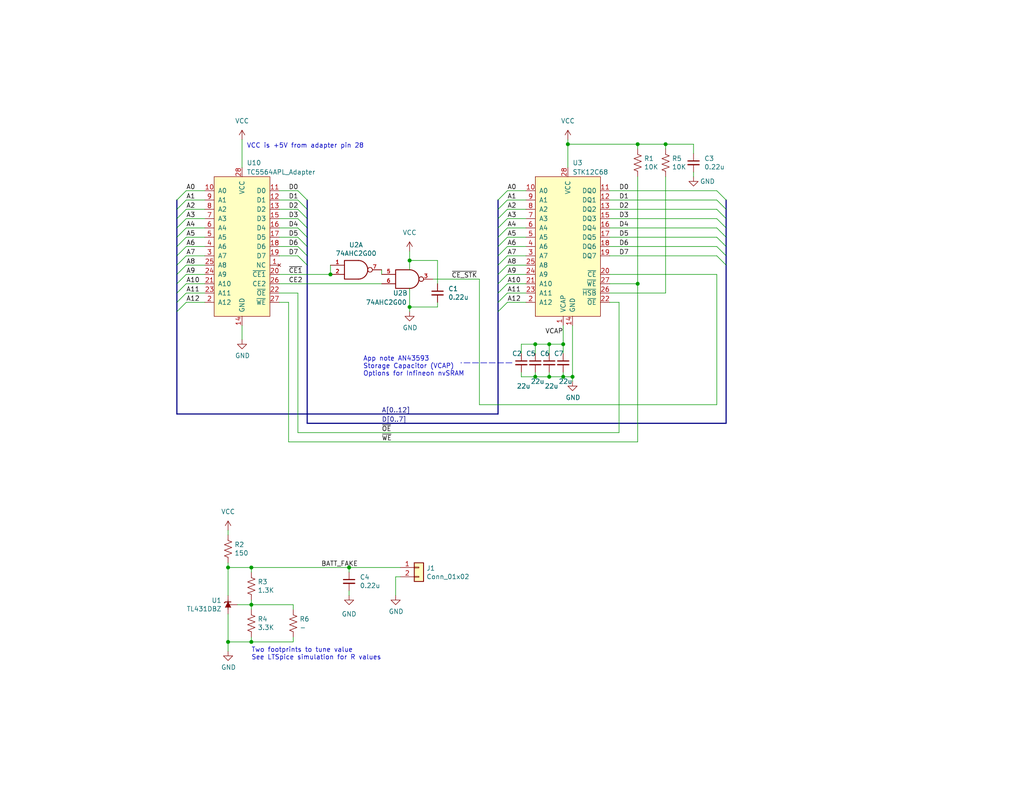
<source format=kicad_sch>
(kicad_sch (version 20211123) (generator eeschema)
  (paper "USLetter")
  (lib_symbols
    (symbol "74xGxx:74AHC2G00" (pin_names (offset 1.016))
      (property "Reference" "U" (at -2.54 3.81 0))
      (property "Value" "74AHC2G00" (at 0 -3.81 0))
      (symbol "74AHC2G00_0_1"
        (arc (start 0 -2.54) (mid 2.54 0) (end 0 2.54) (stroke (width 0.254)))
        (polyline (pts (xy 0 -2.54) (xy -3.81 -2.54) (xy -3.81 2.54) (xy 0 2.54)) (stroke (width 0.254)))
        (pin power_in line (at 0 -2.54 270) (length 0) hide (name "GND") (number "4"))
        (pin power_in line (at 0 2.54 90) (length 0) hide (name "VCC") (number "8"))
      )
      (symbol "74AHC2G00_1_1"
        (pin input line (at -7.62 1.27 0) (length 3.81) (name "~") (number "1"))
        (pin input line (at -7.62 -1.27 0) (length 3.81) (name "~") (number "2"))
        (pin output inverted (at 6.35 0 180) (length 3.81) (name "~") (number "7"))
      )
      (symbol "74AHC2G00_2_1"
        (pin output inverted (at 6.35 0 180) (length 3.81) (name "~") (number "3"))
        (pin input line (at -7.62 1.27 0) (length 3.81) (name "~") (number "5"))
        (pin input line (at -7.62 -1.27 0) (length 3.81) (name "~") (number "6"))
      )
    )
    (symbol "Connector_Generic:Conn_01x02" (pin_names (offset 1.016) hide)
      (property "Reference" "J" (at 0 2.54 0))
      (property "Value" "Conn_01x02" (at 0 -5.08 0))
      (symbol "Conn_01x02_1_1"
        (rectangle (start -1.27 -2.413) (end 0 -2.667) (stroke (width 0.1524)))
        (rectangle (start -1.27 0.127) (end 0 -0.127) (stroke (width 0.1524)))
        (rectangle (start -1.27 1.27) (end 1.27 -3.81) (stroke (width 0.254)) (fill (type background)))
        (pin passive line (at -5.08 0 0) (length 3.81) (name "Pin_1") (number "1"))
        (pin passive line (at -5.08 -2.54 0) (length 3.81) (name "Pin_2") (number "2"))
      )
    )
    (symbol "Device:C_Small" (pin_numbers hide) (pin_names (offset 0.254) hide)
      (property "Reference" "C" (at 0.254 1.778 0))
      (property "Value" "C_Small" (at 0.254 -2.032 0))
      (symbol "C_Small_0_1"
        (polyline (pts (xy -1.524 -0.508) (xy 1.524 -0.508)) (stroke (width 0.3302)))
        (polyline (pts (xy -1.524 0.508) (xy 1.524 0.508)) (stroke (width 0.3048)))
      )
      (symbol "C_Small_1_1"
        (pin passive line (at 0 2.54 270) (length 2.032) (name "~") (number "1"))
        (pin passive line (at 0 -2.54 90) (length 2.032) (name "~") (number "2"))
      )
    )
    (symbol "Device:R_US" (pin_numbers hide) (pin_names (offset 0))
      (property "Reference" "R" (at 2.54 0 90))
      (property "Value" "R_US" (at -2.54 0 90))
      (symbol "R_US_0_1"
        (polyline (pts (xy 0 -2.286) (xy 0 -2.54)))
        (polyline (pts (xy 0 2.286) (xy 0 2.54)))
        (polyline (pts (xy 0 -0.762) (xy 1.016 -1.143) (xy 0 -1.524) (xy -1.016 -1.905) (xy 0 -2.286)))
        (polyline (pts (xy 0 0.762) (xy 1.016 0.381) (xy 0 0) (xy -1.016 -0.381) (xy 0 -0.762)))
        (polyline (pts (xy 0 2.286) (xy 1.016 1.905) (xy 0 1.524) (xy -1.016 1.143) (xy 0 0.762)))
      )
      (symbol "R_US_1_1"
        (pin passive line (at 0 3.81 270) (length 1.27) (name "~") (number "1"))
        (pin passive line (at 0 -3.81 90) (length 1.27) (name "~") (number "2"))
      )
    )
    (symbol "Memory_NVRAM_Cypress:STK12C68" (pin_names (offset 1.016))
      (property "Reference" "U" (at -8.89 20.32 0))
      (property "Value" "STK12C68" (at 7.62 -20.32 0))
      (symbol "STK12C68_0_1"
        (rectangle (start -8.89 19.05) (end 8.89 -19.05) (fill (type background)))
      )
      (symbol "STK12C68_1_1"
        (pin power_out line (at -1.27 -21.59 90) (length 2.54) (name "VCAP") (number "1"))
        (pin input line (at -11.43 15.24 0) (length 2.54) (name "A0") (number "10"))
        (pin tri_state line (at 11.43 15.24 180) (length 2.54) (name "DQ0") (number "11"))
        (pin tri_state line (at 11.43 12.7 180) (length 2.54) (name "DQ1") (number "12"))
        (pin tri_state line (at 11.43 10.16 180) (length 2.54) (name "DQ2") (number "13"))
        (pin power_in line (at 1.27 -21.59 90) (length 2.54) (name "GND") (number "14"))
        (pin tri_state line (at 11.43 7.62 180) (length 2.54) (name "DQ3") (number "15"))
        (pin tri_state line (at 11.43 5.08 180) (length 2.54) (name "DQ4") (number "16"))
        (pin tri_state line (at 11.43 2.54 180) (length 2.54) (name "DQ5") (number "17"))
        (pin tri_state line (at 11.43 0 180) (length 2.54) (name "DQ6") (number "18"))
        (pin tri_state line (at 11.43 -2.54 180) (length 2.54) (name "DQ7") (number "19"))
        (pin input line (at -11.43 -15.24 0) (length 2.54) (name "A12") (number "2"))
        (pin input line (at 11.43 -7.62 180) (length 2.54) (name "~{CE}") (number "20"))
        (pin input line (at -11.43 -10.16 0) (length 2.54) (name "A10") (number "21"))
        (pin input line (at 11.43 -15.24 180) (length 2.54) (name "~{OE}") (number "22"))
        (pin input line (at -11.43 -12.7 0) (length 2.54) (name "A11") (number "23"))
        (pin input line (at -11.43 -7.62 0) (length 2.54) (name "A9") (number "24"))
        (pin input line (at -11.43 -5.08 0) (length 2.54) (name "A8") (number "25"))
        (pin input line (at 11.43 -12.7 180) (length 2.54) (name "~{HSB}") (number "26"))
        (pin input line (at 11.43 -10.16 180) (length 2.54) (name "~{WE}") (number "27"))
        (pin power_in line (at 0 21.59 270) (length 2.54) (name "VCC") (number "28"))
        (pin input line (at -11.43 -2.54 0) (length 2.54) (name "A7") (number "3"))
        (pin input line (at -11.43 0 0) (length 2.54) (name "A6") (number "4"))
        (pin input line (at -11.43 2.54 0) (length 2.54) (name "A5") (number "5"))
        (pin input line (at -11.43 5.08 0) (length 2.54) (name "A4") (number "6"))
        (pin input line (at -11.43 7.62 0) (length 2.54) (name "A3") (number "7"))
        (pin input line (at -11.43 10.16 0) (length 2.54) (name "A2") (number "8"))
        (pin input line (at -11.43 12.7 0) (length 2.54) (name "A1") (number "9"))
      )
    )
    (symbol "Memory_RAM_Toshiba:TC5564APL_Adapter" (pin_names (offset 1.016))
      (property "Reference" "U" (at -7.62 20.32 0))
      (property "Value" "TC5564APL_Adapter" (at 10.16 -20.32 0))
      (symbol "TC5564APL_Adapter_0_1"
        (rectangle (start -7.62 19.05) (end 7.62 -19.05) (fill (type background)))
      )
      (symbol "TC5564APL_Adapter_1_1"
        (pin no_connect line (at 10.16 -5.08 180) (length 2.54) (name "NC") (number "1"))
        (pin output line (at -10.16 15.24 0) (length 2.54) (name "A0") (number "10"))
        (pin tri_state line (at 10.16 15.24 180) (length 2.54) (name "D0") (number "11"))
        (pin tri_state line (at 10.16 12.7 180) (length 2.54) (name "D1") (number "12"))
        (pin tri_state line (at 10.16 10.16 180) (length 2.54) (name "D2") (number "13"))
        (pin power_out line (at 0 -21.59 90) (length 2.54) (name "GND") (number "14"))
        (pin tri_state line (at 10.16 7.62 180) (length 2.54) (name "D3") (number "15"))
        (pin tri_state line (at 10.16 5.08 180) (length 2.54) (name "D4") (number "16"))
        (pin tri_state line (at 10.16 2.54 180) (length 2.54) (name "D5") (number "17"))
        (pin tri_state line (at 10.16 0 180) (length 2.54) (name "D6") (number "18"))
        (pin tri_state line (at 10.16 -2.54 180) (length 2.54) (name "D7") (number "19"))
        (pin output line (at -10.16 -15.24 0) (length 2.54) (name "A12") (number "2"))
        (pin output line (at 10.16 -7.62 180) (length 2.54) (name "~{CE1}") (number "20"))
        (pin output line (at -10.16 -10.16 0) (length 2.54) (name "A10") (number "21"))
        (pin output line (at 10.16 -12.7 180) (length 2.54) (name "~{OE}") (number "22"))
        (pin output line (at -10.16 -12.7 0) (length 2.54) (name "A11") (number "23"))
        (pin output line (at -10.16 -7.62 0) (length 2.54) (name "A9") (number "24"))
        (pin output line (at -10.16 -5.08 0) (length 2.54) (name "A8") (number "25"))
        (pin output line (at 10.16 -10.16 180) (length 2.54) (name "CE2") (number "26"))
        (pin output line (at 10.16 -15.24 180) (length 2.54) (name "~{WE}") (number "27"))
        (pin power_out line (at 0 21.59 270) (length 2.54) (name "VCC") (number "28"))
        (pin output line (at -10.16 -2.54 0) (length 2.54) (name "A7") (number "3"))
        (pin output line (at -10.16 0 0) (length 2.54) (name "A6") (number "4"))
        (pin output line (at -10.16 2.54 0) (length 2.54) (name "A5") (number "5"))
        (pin output line (at -10.16 5.08 0) (length 2.54) (name "A4") (number "6"))
        (pin output line (at -10.16 7.62 0) (length 2.54) (name "A3") (number "7"))
        (pin output line (at -10.16 10.16 0) (length 2.54) (name "A2") (number "8"))
        (pin output line (at -10.16 12.7 0) (length 2.54) (name "A1") (number "9"))
      )
    )
    (symbol "Reference_Voltage:TL431DBZ" (pin_numbers hide) (pin_names hide)
      (property "Reference" "U" (at -2.54 2.54 0))
      (property "Value" "TL431DBZ" (at 0 -2.54 0))
      (symbol "TL431DBZ_0_1"
        (polyline (pts (xy -1.27 0) (xy 0 0) (xy 1.27 0)))
        (polyline (pts (xy -0.762 0.762) (xy 0.762 0) (xy -0.762 -0.762)) (fill (type outline)))
        (polyline (pts (xy 0.508 -1.016) (xy 0.762 -0.762) (xy 0.762 0.762) (xy 0.762 0.762)) (stroke (width 0.254)))
      )
      (symbol "TL431DBZ_1_1"
        (pin passive line (at 2.54 0 180) (length 2.54) (name "K") (number "1"))
        (pin passive line (at 0 2.54 270) (length 2.54) (name "REF") (number "2"))
        (pin passive line (at -2.54 0 0) (length 2.54) (name "A") (number "3"))
      )
    )
    (symbol "power:GND" (power) (pin_names (offset 0))
      (property "Value" "GND" (at 0 -3.81 0))
      (symbol "GND_0_1"
        (polyline (pts (xy 0 0) (xy 0 -1.27) (xy 1.27 -1.27) (xy 0 -2.54) (xy -1.27 -1.27) (xy 0 -1.27)))
      )
      (symbol "GND_1_1"
        (pin power_in line (at 0 0 270) (length 0) hide (name "GND") (number "1"))
      )
    )
    (symbol "power:VCC" (power) (pin_names (offset 0))
      (property "Value" "VCC" (at 0 3.81 0))
      (symbol "VCC_0_1"
        (polyline (pts (xy -0.762 1.27) (xy 0 2.54)))
        (polyline (pts (xy 0 0) (xy 0 2.54)))
        (polyline (pts (xy 0 2.54) (xy 0.762 1.27)))
      )
      (symbol "VCC_1_1"
        (pin power_in line (at 0 0 90) (length 0) hide (name "VCC") (number "1"))
      )
    )
  )
  (junction (at 90.17 74.93))
  (junction (at 68.58 175.26))
  (junction (at 68.58 154.94))
  (junction (at 62.23 175.26))
  (junction (at 154.94 39.37))
  (junction (at 111.76 83.82))
  (junction (at 111.76 71.12))
  (junction (at 173.99 77.47))
  (junction (at 95.25 154.94))
  (junction (at 149.86 102.87))
  (junction (at 153.67 102.87))
  (junction (at 146.05 93.98))
  (junction (at 156.21 102.87))
  (junction (at 153.67 93.98))
  (junction (at 62.23 154.94))
  (junction (at 173.99 39.37))
  (junction (at 146.05 102.87))
  (junction (at 68.58 165.1))
  (junction (at 181.61 39.37))
  (junction (at 149.86 93.98))
  (bus_entry (at 81.28 62.23) (size 2.54 2.54))
  (bus_entry (at 195.58 64.77) (size 2.54 2.54))
  (bus_entry (at 48.26 69.85) (size 2.54 -2.54))
  (bus_entry (at 135.89 74.93) (size 2.54 -2.54))
  (bus_entry (at 195.58 67.31) (size 2.54 2.54))
  (bus_entry (at 135.89 64.77) (size 2.54 -2.54))
  (bus_entry (at 81.28 57.15) (size 2.54 2.54))
  (bus_entry (at 48.26 72.39) (size 2.54 -2.54))
  (bus_entry (at 48.26 80.01) (size 2.54 -2.54))
  (bus_entry (at 48.26 77.47) (size 2.54 -2.54))
  (bus_entry (at 135.89 59.69) (size 2.54 -2.54))
  (bus_entry (at 195.58 54.61) (size 2.54 2.54))
  (bus_entry (at 195.58 59.69) (size 2.54 2.54))
  (bus_entry (at 81.28 54.61) (size 2.54 2.54))
  (bus_entry (at 135.89 82.55) (size 2.54 -2.54))
  (bus_entry (at 135.89 72.39) (size 2.54 -2.54))
  (bus_entry (at 48.26 82.55) (size 2.54 -2.54))
  (bus_entry (at 81.28 59.69) (size 2.54 2.54))
  (bus_entry (at 135.89 77.47) (size 2.54 -2.54))
  (bus_entry (at 48.26 57.15) (size 2.54 -2.54))
  (bus_entry (at 135.89 80.01) (size 2.54 -2.54))
  (bus_entry (at 81.28 52.07) (size 2.54 2.54))
  (bus_entry (at 48.26 74.93) (size 2.54 -2.54))
  (bus_entry (at 48.26 64.77) (size 2.54 -2.54))
  (bus_entry (at 48.26 54.61) (size 2.54 -2.54))
  (bus_entry (at 135.89 54.61) (size 2.54 -2.54))
  (bus_entry (at 135.89 69.85) (size 2.54 -2.54))
  (bus_entry (at 81.28 64.77) (size 2.54 2.54))
  (bus_entry (at 48.26 62.23) (size 2.54 -2.54))
  (bus_entry (at 195.58 52.07) (size 2.54 2.54))
  (bus_entry (at 48.26 67.31) (size 2.54 -2.54))
  (bus_entry (at 135.89 62.23) (size 2.54 -2.54))
  (bus_entry (at 81.28 69.85) (size 2.54 2.54))
  (bus_entry (at 81.28 67.31) (size 2.54 2.54))
  (bus_entry (at 195.58 57.15) (size 2.54 2.54))
  (bus_entry (at 135.89 67.31) (size 2.54 -2.54))
  (bus_entry (at 135.89 85.09) (size 2.54 -2.54))
  (bus_entry (at 48.26 85.09) (size 2.54 -2.54))
  (bus_entry (at 195.58 69.85) (size 2.54 2.54))
  (bus_entry (at 135.89 57.15) (size 2.54 -2.54))
  (bus_entry (at 48.26 59.69) (size 2.54 -2.54))
  (bus_entry (at 195.58 62.23) (size 2.54 2.54))
  (wire (pts (xy 146.05 93.98) (xy 146.05 96.52)))
  (wire (pts (xy 119.38 71.12) (xy 111.76 71.12)))
  (wire (pts (xy 189.23 39.37) (xy 189.23 41.91)))
  (bus (pts (xy 198.12 67.31) (xy 198.12 69.85)))
  (wire (pts (xy 154.94 39.37) (xy 154.94 38.1)))
  (wire (pts (xy 62.23 167.64) (xy 62.23 175.26)))
  (wire (pts (xy 95.25 154.94) (xy 109.22 154.94)))
  (wire (pts (xy 143.51 82.55) (xy 138.43 82.55)))
  (wire (pts (xy 173.99 77.47) (xy 173.99 48.26)))
  (bus (pts (xy 48.26 74.93) (xy 48.26 77.47)))
  (bus (pts (xy 83.82 62.23) (xy 83.82 64.77)))
  (wire (pts (xy 68.58 165.1) (xy 80.01 165.1)))
  (bus (pts (xy 83.82 54.61) (xy 83.82 57.15)))
  (wire (pts (xy 143.51 77.47) (xy 138.43 77.47)))
  (wire (pts (xy 55.88 82.55) (xy 50.8 82.55)))
  (wire (pts (xy 55.88 59.69) (xy 50.8 59.69)))
  (bus (pts (xy 135.89 69.85) (xy 135.89 72.39)))
  (wire (pts (xy 76.2 64.77) (xy 81.28 64.77)))
  (bus (pts (xy 48.26 77.47) (xy 48.26 80.01)))
  (wire (pts (xy 64.77 165.1) (xy 68.58 165.1)))
  (bus (pts (xy 83.82 115.57) (xy 198.12 115.57)))
  (bus (pts (xy 135.89 67.31) (xy 135.89 69.85)))
  (wire (pts (xy 90.17 72.39) (xy 90.17 74.93)))
  (wire (pts (xy 181.61 80.01) (xy 166.37 80.01)))
  (bus (pts (xy 83.82 59.69) (xy 83.82 62.23)))
  (wire (pts (xy 181.61 39.37) (xy 181.61 40.64)))
  (wire (pts (xy 153.67 93.98) (xy 149.86 93.98)))
  (bus (pts (xy 83.82 67.31) (xy 83.82 69.85)))
  (wire (pts (xy 149.86 93.98) (xy 146.05 93.98)))
  (wire (pts (xy 168.91 82.55) (xy 166.37 82.55)))
  (wire (pts (xy 173.99 40.64) (xy 173.99 39.37)))
  (wire (pts (xy 50.8 52.07) (xy 55.88 52.07)))
  (wire (pts (xy 143.51 69.85) (xy 138.43 69.85)))
  (wire (pts (xy 111.76 78.74) (xy 111.76 83.82)))
  (wire (pts (xy 62.23 177.8) (xy 62.23 175.26)))
  (wire (pts (xy 76.2 69.85) (xy 81.28 69.85)))
  (wire (pts (xy 166.37 64.77) (xy 195.58 64.77)))
  (bus (pts (xy 135.89 74.93) (xy 135.89 77.47)))
  (polyline (pts (xy 139.7 99.06) (xy 125.73 99.06)))
  (wire (pts (xy 80.01 175.26) (xy 80.01 173.99)))
  (wire (pts (xy 146.05 93.98) (xy 142.24 93.98)))
  (wire (pts (xy 146.05 102.87) (xy 149.86 102.87)))
  (wire (pts (xy 81.28 62.23) (xy 76.2 62.23)))
  (wire (pts (xy 119.38 71.12) (xy 119.38 77.47)))
  (bus (pts (xy 198.12 64.77) (xy 198.12 67.31)))
  (bus (pts (xy 135.89 64.77) (xy 135.89 67.31)))
  (wire (pts (xy 81.28 57.15) (xy 76.2 57.15)))
  (wire (pts (xy 154.94 45.72) (xy 154.94 39.37)))
  (wire (pts (xy 153.67 88.9) (xy 153.67 93.98)))
  (wire (pts (xy 68.58 154.94) (xy 68.58 156.21)))
  (wire (pts (xy 138.43 54.61) (xy 143.51 54.61)))
  (wire (pts (xy 143.51 64.77) (xy 138.43 64.77)))
  (wire (pts (xy 76.2 77.47) (xy 104.14 77.47)))
  (wire (pts (xy 153.67 102.87) (xy 156.21 102.87)))
  (wire (pts (xy 168.91 82.55) (xy 168.91 118.11)))
  (wire (pts (xy 130.81 110.49) (xy 195.58 110.49)))
  (wire (pts (xy 68.58 175.26) (xy 68.58 173.99)))
  (wire (pts (xy 195.58 52.07) (xy 166.37 52.07)))
  (wire (pts (xy 95.25 154.94) (xy 95.25 156.21)))
  (wire (pts (xy 166.37 59.69) (xy 195.58 59.69)))
  (bus (pts (xy 83.82 57.15) (xy 83.82 59.69)))
  (wire (pts (xy 66.04 92.71) (xy 66.04 88.9)))
  (wire (pts (xy 143.51 59.69) (xy 138.43 59.69)))
  (wire (pts (xy 189.23 46.99) (xy 189.23 48.26)))
  (bus (pts (xy 48.26 82.55) (xy 48.26 85.09)))
  (wire (pts (xy 81.28 67.31) (xy 76.2 67.31)))
  (wire (pts (xy 195.58 67.31) (xy 166.37 67.31)))
  (wire (pts (xy 111.76 71.12) (xy 111.76 73.66)))
  (wire (pts (xy 149.86 102.87) (xy 153.67 102.87)))
  (wire (pts (xy 138.43 52.07) (xy 143.51 52.07)))
  (bus (pts (xy 48.26 59.69) (xy 48.26 62.23)))
  (wire (pts (xy 149.86 101.6) (xy 149.86 102.87)))
  (wire (pts (xy 81.28 52.07) (xy 76.2 52.07)))
  (wire (pts (xy 143.51 80.01) (xy 138.43 80.01)))
  (wire (pts (xy 78.74 82.55) (xy 78.74 120.65)))
  (wire (pts (xy 50.8 54.61) (xy 55.88 54.61)))
  (wire (pts (xy 195.58 57.15) (xy 166.37 57.15)))
  (wire (pts (xy 181.61 48.26) (xy 181.61 80.01)))
  (wire (pts (xy 195.58 74.93) (xy 195.58 110.49)))
  (wire (pts (xy 166.37 54.61) (xy 195.58 54.61)))
  (wire (pts (xy 153.67 101.6) (xy 153.67 102.87)))
  (wire (pts (xy 81.28 80.01) (xy 81.28 118.11)))
  (wire (pts (xy 166.37 69.85) (xy 195.58 69.85)))
  (bus (pts (xy 135.89 62.23) (xy 135.89 64.77)))
  (bus (pts (xy 135.89 54.61) (xy 135.89 57.15)))
  (bus (pts (xy 48.26 69.85) (xy 48.26 72.39)))
  (wire (pts (xy 143.51 67.31) (xy 138.43 67.31)))
  (bus (pts (xy 83.82 72.39) (xy 83.82 115.57)))
  (wire (pts (xy 68.58 165.1) (xy 68.58 166.37)))
  (bus (pts (xy 83.82 69.85) (xy 83.82 72.39)))
  (wire (pts (xy 62.23 144.78) (xy 62.23 146.05)))
  (bus (pts (xy 48.26 72.39) (xy 48.26 74.93)))
  (wire (pts (xy 156.21 102.87) (xy 156.21 104.14)))
  (wire (pts (xy 119.38 83.82) (xy 111.76 83.82)))
  (bus (pts (xy 83.82 64.77) (xy 83.82 67.31)))
  (bus (pts (xy 48.26 85.09) (xy 48.26 113.03)))
  (wire (pts (xy 173.99 77.47) (xy 166.37 77.47)))
  (wire (pts (xy 76.2 59.69) (xy 81.28 59.69)))
  (wire (pts (xy 76.2 54.61) (xy 81.28 54.61)))
  (wire (pts (xy 55.88 62.23) (xy 50.8 62.23)))
  (wire (pts (xy 95.25 161.29) (xy 95.25 162.56)))
  (bus (pts (xy 135.89 57.15) (xy 135.89 59.69)))
  (wire (pts (xy 143.51 62.23) (xy 138.43 62.23)))
  (wire (pts (xy 119.38 82.55) (xy 119.38 83.82)))
  (bus (pts (xy 135.89 113.03) (xy 135.89 85.09)))
  (bus (pts (xy 48.26 80.01) (xy 48.26 82.55)))
  (wire (pts (xy 173.99 39.37) (xy 181.61 39.37)))
  (wire (pts (xy 55.88 72.39) (xy 50.8 72.39)))
  (wire (pts (xy 55.88 67.31) (xy 50.8 67.31)))
  (bus (pts (xy 48.26 64.77) (xy 48.26 67.31)))
  (bus (pts (xy 135.89 82.55) (xy 135.89 85.09)))
  (wire (pts (xy 153.67 93.98) (xy 153.67 96.52)))
  (wire (pts (xy 142.24 101.6) (xy 142.24 102.87)))
  (bus (pts (xy 135.89 77.47) (xy 135.89 80.01)))
  (bus (pts (xy 135.89 59.69) (xy 135.89 62.23)))
  (wire (pts (xy 62.23 175.26) (xy 68.58 175.26)))
  (bus (pts (xy 48.26 54.61) (xy 48.26 57.15)))
  (bus (pts (xy 198.12 54.61) (xy 198.12 57.15)))
  (wire (pts (xy 55.88 80.01) (xy 50.8 80.01)))
  (bus (pts (xy 48.26 67.31) (xy 48.26 69.85)))
  (bus (pts (xy 135.89 72.39) (xy 135.89 74.93)))
  (wire (pts (xy 118.11 76.2) (xy 130.81 76.2)))
  (wire (pts (xy 130.81 76.2) (xy 130.81 110.49)))
  (wire (pts (xy 55.88 74.93) (xy 50.8 74.93)))
  (wire (pts (xy 66.04 38.1) (xy 66.04 45.72)))
  (wire (pts (xy 173.99 120.65) (xy 173.99 77.47)))
  (wire (pts (xy 68.58 154.94) (xy 95.25 154.94)))
  (wire (pts (xy 143.51 74.93) (xy 138.43 74.93)))
  (wire (pts (xy 81.28 118.11) (xy 168.91 118.11)))
  (bus (pts (xy 48.26 62.23) (xy 48.26 64.77)))
  (bus (pts (xy 198.12 59.69) (xy 198.12 62.23)))
  (wire (pts (xy 76.2 82.55) (xy 78.74 82.55)))
  (wire (pts (xy 149.86 93.98) (xy 149.86 96.52)))
  (wire (pts (xy 104.14 73.66) (xy 104.14 74.93)))
  (bus (pts (xy 48.26 57.15) (xy 48.26 59.69)))
  (wire (pts (xy 173.99 39.37) (xy 154.94 39.37)))
  (wire (pts (xy 195.58 62.23) (xy 166.37 62.23)))
  (bus (pts (xy 48.26 113.03) (xy 135.89 113.03)))
  (bus (pts (xy 135.89 80.01) (xy 135.89 82.55)))
  (wire (pts (xy 55.88 64.77) (xy 50.8 64.77)))
  (wire (pts (xy 195.58 74.93) (xy 166.37 74.93)))
  (wire (pts (xy 55.88 69.85) (xy 50.8 69.85)))
  (wire (pts (xy 156.21 88.9) (xy 156.21 102.87)))
  (wire (pts (xy 146.05 101.6) (xy 146.05 102.87)))
  (wire (pts (xy 181.61 39.37) (xy 189.23 39.37)))
  (bus (pts (xy 198.12 57.15) (xy 198.12 59.69)))
  (wire (pts (xy 68.58 175.26) (xy 80.01 175.26)))
  (wire (pts (xy 142.24 93.98) (xy 142.24 96.52)))
  (wire (pts (xy 109.22 157.48) (xy 107.95 157.48)))
  (wire (pts (xy 111.76 83.82) (xy 111.76 85.09)))
  (bus (pts (xy 198.12 72.39) (xy 198.12 115.57)))
  (wire (pts (xy 80.01 166.37) (xy 80.01 165.1)))
  (wire (pts (xy 76.2 80.01) (xy 81.28 80.01)))
  (wire (pts (xy 62.23 154.94) (xy 68.58 154.94)))
  (wire (pts (xy 55.88 77.47) (xy 50.8 77.47)))
  (wire (pts (xy 55.88 57.15) (xy 50.8 57.15)))
  (wire (pts (xy 62.23 162.56) (xy 62.23 154.94)))
  (wire (pts (xy 76.2 74.93) (xy 90.17 74.93)))
  (wire (pts (xy 107.95 157.48) (xy 107.95 162.56)))
  (bus (pts (xy 198.12 69.85) (xy 198.12 72.39)))
  (wire (pts (xy 142.24 102.87) (xy 146.05 102.87)))
  (wire (pts (xy 111.76 68.58) (xy 111.76 71.12)))
  (wire (pts (xy 62.23 153.67) (xy 62.23 154.94)))
  (wire (pts (xy 68.58 165.1) (xy 68.58 163.83)))
  (wire (pts (xy 143.51 72.39) (xy 138.43 72.39)))
  (bus (pts (xy 198.12 62.23) (xy 198.12 64.77)))
  (wire (pts (xy 78.74 120.65) (xy 173.99 120.65)))
  (wire (pts (xy 143.51 57.15) (xy 138.43 57.15)))
  (text "VCC is +5V from adapter pin 28" (at 67.31 40.64 0) (effects (font (size 1.27 1.27)) (justify left bottom)))
  (text "Two footprints to tune value\nSee LTSpice simulation for R values" (at 68.58 180.34 0) (effects (font (size 1.27 1.27)) (justify left bottom)))
  (text "App note AN43593\nStorage Capacitor (VCAP)\nOptions for Infineon nvSRAM" (at 99.06 102.87 0) (effects (font (size 1.27 1.27)) (justify left bottom)))
  (label "A0" (at 138.43 52.07 0))
  (label "A7" (at 138.43 69.85 0))
  (label "~{CE_STK}" (at 123.19 76.2 0))
  (label "D[0..7]" (at 104.14 115.57 0))
  (label "~{WE}" (at 104.14 120.65 0))
  (label "CE2" (at 78.74 77.47 0))
  (label "A11" (at 138.43 80.01 0))
  (label "A0" (at 50.8 52.07 0))
  (label "D4" (at 78.74 62.23 0))
  (label "A2" (at 50.8 57.15 0))
  (label "A11" (at 50.8 80.01 0))
  (label "D0" (at 78.74 52.07 0))
  (label "VCAP" (at 153.67 91.44 180))
  (label "D1" (at 78.74 54.61 0))
  (label "D6" (at 168.91 67.31 0))
  (label "D0" (at 168.91 52.07 0))
  (label "D2" (at 78.74 57.15 0))
  (label "D1" (at 168.91 54.61 0))
  (label "~{OE}" (at 104.14 118.11 0))
  (label "D5" (at 78.74 64.77 0))
  (label "A[0..12]" (at 104.14 113.03 0))
  (label "D4" (at 168.91 62.23 0))
  (label "A5" (at 50.8 64.77 0))
  (label "BATT_FAKE" (at 87.63 154.94 0))
  (label "A8" (at 138.43 72.39 0))
  (label "A10" (at 50.8 77.47 0))
  (label "D2" (at 168.91 57.15 0))
  (label "D7" (at 78.74 69.85 0))
  (label "A10" (at 138.43 77.47 0))
  (label "A12" (at 50.8 82.55 0))
  (label "D5" (at 168.91 64.77 0))
  (label "A3" (at 138.43 59.69 0))
  (label "A7" (at 50.8 69.85 0))
  (label "A12" (at 138.43 82.55 0))
  (label "D6" (at 78.74 67.31 0))
  (label "D3" (at 78.74 59.69 0))
  (label "~{CE1}" (at 78.74 74.93 0))
  (label "D3" (at 168.91 59.69 0))
  (label "A8" (at 50.8 72.39 0))
  (label "A9" (at 138.43 74.93 0))
  (label "A1" (at 50.8 54.61 0))
  (label "A1" (at 138.43 54.61 0))
  (label "A3" (at 50.8 59.69 0))
  (label "A9" (at 50.8 74.93 0))
  (label "A2" (at 138.43 57.15 0))
  (label "A4" (at 138.43 62.23 0))
  (label "A6" (at 50.8 67.31 0))
  (label "A4" (at 50.8 62.23 0))
  (label "A6" (at 138.43 67.31 0))
  (label "D7" (at 168.91 69.85 0))
  (label "A5" (at 138.43 64.77 0))
  (symbol (lib_id "Memory_RAM_Toshiba:TC5564APL_Adapter") (at 66.04 67.31 0) (unit 1)
    (property "Reference" "U10" (at 67.31 44.45 0) (effects (justify left)))
    (property "Value" "TC5564APL_Adapter" (at 67.31 46.99 0) (effects (justify left)))
    (property "Footprint" "Package_DIP_Adapter:DIP-28_W15.24mm_Socket_Adapter" (effects hide))
  )
  (symbol (lib_id "Memory_NVRAM_Cypress:STK12C68") (at 154.94 67.31 0) (unit 1)
    (property "Reference" "U3" (at 156.21 44.45 0) (effects (justify left)))
    (property "Value" "STK12C68" (at 156.21 46.99 0) (effects (justify left)))
    (property "Footprint" "Package_SO_Cypress:SOIC-28W_8.7x18.4mm_P1.27mm" (effects hide))
    (property "Datasheet" "https://www.infineon.com/dgdl/Infineon-STK12C68_64_Kbit_(8_K_x_8)_AutoStore_nvSRAM_Datasheet-AdditionalTechnicalInformation-v09_00-EN.pdf" (effects hide))
  )
  (symbol (lib_id "Reference_Voltage:TL431DBZ") (at 62.23 165.1 270) (mirror x) (unit 1)
    (property "Reference" "U1" (at 60.4774 163.9316 90) (effects (justify right)))
    (property "Value" "TL431DBZ" (at 60.4774 166.243 90) (effects (justify right)))
    (property "Footprint" "Package_TO_SOT_SMD:SOT-23" (effects hide))
    (property "Datasheet" "http://www.ti.com/lit/ds/symlink/tl431.pdf" (effects hide))
    (property "Digikey" "ZTL431AFCT-ND" (effects hide))
    (property "MPN" "ZTL431AFTA" (effects hide))
  )
  (symbol (lib_id "Device:R_US") (at 68.58 160.02 0) (unit 1)
    (property "Reference" "R3" (at 70.3072 158.8516 0) (effects (justify left)))
    (property "Value" "1.3K" (at 70.3072 161.163 0) (effects (justify left)))
    (property "Footprint" "Resistor_SMD:R_0402_1005Metric_Pad0.72x0.64mm_HandSolder" (effects hide))
  )
  (symbol (lib_id "Device:R_US") (at 68.58 170.18 0) (unit 1)
    (property "Reference" "R4" (at 70.3072 169.0116 0) (effects (justify left)))
    (property "Value" "3.3K" (at 70.3072 171.323 0) (effects (justify left)))
    (property "Footprint" "Resistor_SMD:R_0402_1005Metric_Pad0.72x0.64mm_HandSolder" (effects hide))
  )
  (symbol (lib_id "Device:R_US") (at 62.23 149.86 0) (unit 1)
    (property "Reference" "R2" (at 63.9572 148.6916 0) (effects (justify left)))
    (property "Value" "150" (at 63.9572 151.003 0) (effects (justify left)))
    (property "Footprint" "Resistor_SMD:R_0402_1005Metric_Pad0.72x0.64mm_HandSolder" (effects hide))
  )
  (symbol (lib_id "power:GND") (at 62.23 177.8 0) (unit 1)
    (property "Reference" "#PWR0107" (effects hide))
    (property "Value" "GND" (at 62.357 182.1942 0))
  )
  (symbol (lib_id "74xGxx:74AHC2G00") (at 97.79 73.66 0) (unit 1)
    (property "Reference" "U2" (at 97.155 66.8782 0))
    (property "Value" "74AHC2G00" (at 97.155 69.1896 0))
    (property "Footprint" "Package_SO:TSSOP-8_3x3mm_P0.65mm" (effects hide))
    (property "Datasheet" "https://assets.nexperia.com/documents/data-sheet/74AHC_AHCT2G00.pdf" (effects hide))
  )
  (symbol (lib_id "74xGxx:74AHC2G00") (at 111.76 76.2 0) (unit 2)
    (property "Reference" "U2" (at 109.22 80.01 0))
    (property "Value" "74AHC2G00" (at 105.41 82.55 0))
    (property "Footprint" "Package_SO:TSSOP-8_3x3mm_P0.65mm" (effects hide))
    (property "Datasheet" "https://assets.nexperia.com/documents/data-sheet/74AHC_AHCT2G00.pdf" (effects hide))
  )
  (symbol (lib_id "Connector_Generic:Conn_01x02") (at 114.3 154.94 0) (unit 1)
    (property "Reference" "J1" (at 116.332 155.1432 0) (effects (justify left)))
    (property "Value" "Conn_01x02" (at 116.332 157.4546 0) (effects (justify left)))
    (property "Footprint" "Connector_JST:JST_PH_B2B-PH-K_1x02_P2.00mm_Vertical" (effects hide))
    (property "MPN" "XX62 nvSRAM V1" (effects hide))
  )
  (symbol (lib_id "power:GND") (at 107.95 162.56 0) (unit 1)
    (property "Reference" "#PWR0109" (effects hide))
    (property "Value" "GND" (at 108.077 166.9542 0))
  )
  (symbol (lib_id "power:GND") (at 66.04 92.71 0) (unit 1)
    (property "Reference" "#PWR0101" (effects hide))
    (property "Value" "GND" (at 66.167 97.1042 0))
  )
  (symbol (lib_id "power:GND") (at 156.21 104.14 0) (unit 1)
    (property "Reference" "#PWR0102" (effects hide))
    (property "Value" "GND" (at 156.337 108.5342 0))
  )
  (symbol (lib_id "power:GND") (at 111.76 85.09 0) (unit 1)
    (property "Reference" "#PWR0103" (effects hide))
    (property "Value" "GND" (at 111.887 89.4842 0))
  )
  (symbol (lib_id "Device:C_Small") (at 119.38 80.01 0) (unit 1)
    (property "Reference" "C1" (at 122.301 78.8416 0) (effects (justify left)))
    (property "Value" "0.22u" (at 122.301 81.153 0) (effects (justify left)))
    (property "Footprint" "Capacitor_SMD:C_0603_1608Metric" (effects hide))
    (property "MPN" "CC0603ZRY5V8BB104" (effects hide))
    (property "Digikey" "1276-1111-2-ND" (effects hide))
  )
  (symbol (lib_id "Device:R_US") (at 173.99 44.45 0) (unit 1)
    (property "Reference" "R1" (at 175.7172 43.2816 0) (effects (justify left)))
    (property "Value" "10K" (at 175.7172 45.593 0) (effects (justify left)))
    (property "Footprint" "Resistor_SMD:R_0402_1005Metric_Pad0.72x0.64mm_HandSolder" (effects hide))
  )
  (symbol (lib_id "Device:C_Small") (at 142.24 99.06 0) (unit 1)
    (property "Reference" "C2" (at 139.7 96.52 0) (effects (justify left)))
    (property "Value" "22u" (at 140.97 105.41 0) (effects (justify left)))
    (property "Footprint" "Capacitor_SMD:C_0603_1608Metric" (effects hide))
    (property "Datasheet" "https://media.digikey.com/pdf/Data%20Sheets/Samsung%20PDFs/CL10A226MP8NUNC_Spec.pdf" (effects hide))
    (property "MPN" "CL10A226MP8NUNE" (effects hide))
    (property "Digikey" "1276-1274-2-ND" (effects hide))
  )
  (symbol (lib_id "Device:R_US") (at 80.01 170.18 0) (unit 1)
    (property "Reference" "R6" (at 81.7372 169.0116 0) (effects (justify left)))
    (property "Value" "-" (at 81.7372 171.323 0) (effects (justify left)))
    (property "Footprint" "Resistor_SMD:R_0402_1005Metric_Pad0.72x0.64mm_HandSolder" (effects hide))
  )
  (symbol (lib_id "Device:C_Small") (at 146.05 99.06 0) (unit 1)
    (property "Reference" "C5" (at 143.51 96.52 0) (effects (justify left)))
    (property "Value" "22u" (at 144.78 104.14 0) (effects (justify left)))
    (property "Footprint" "Capacitor_SMD:C_0603_1608Metric" (effects hide))
    (property "Datasheet" "https://media.digikey.com/pdf/Data%20Sheets/Samsung%20PDFs/CL10A226MP8NUNC_Spec.pdf" (effects hide))
    (property "MPN" "CL10A226MP8NUNE" (effects hide))
    (property "Digikey" "1276-1274-2-ND" (effects hide))
  )
  (symbol (lib_id "Device:C_Small") (at 153.67 99.06 0) (unit 1)
    (property "Reference" "C7" (at 151.13 96.52 0) (effects (justify left)))
    (property "Value" "22u" (at 152.4 104.14 0) (effects (justify left)))
    (property "Footprint" "Capacitor_SMD:C_0603_1608Metric" (effects hide))
    (property "Datasheet" "https://media.digikey.com/pdf/Data%20Sheets/Samsung%20PDFs/CL10A226MP8NUNC_Spec.pdf" (effects hide))
    (property "MPN" "CL10A226MP8NUNE" (effects hide))
    (property "Digikey" "1276-1274-2-ND" (effects hide))
  )
  (symbol (lib_id "power:GND") (at 189.23 48.26 0) (unit 1)
    (property "Reference" "#PWR0110" (effects hide))
    (property "Value" "GND" (at 193.04 49.53 0))
  )
  (symbol (lib_id "power:VCC") (at 111.76 68.58 0) (unit 1)
    (property "Reference" "#PWR0104" (effects hide))
    (property "Value" "VCC" (at 111.76 63.5 0))
  )
  (symbol (lib_id "Device:C_Small") (at 95.25 158.75 0) (unit 1)
    (property "Reference" "C4" (at 98.171 157.5816 0) (effects (justify left)))
    (property "Value" "0.22u" (at 98.171 159.893 0) (effects (justify left)))
    (property "Footprint" "Capacitor_SMD:C_0603_1608Metric" (effects hide))
    (property "MPN" "CC0603ZRY5V8BB104" (effects hide))
    (property "Digikey" "1276-1111-2-ND" (effects hide))
  )
  (symbol (lib_id "Device:C_Small") (at 189.23 44.45 0) (unit 1)
    (property "Reference" "C3" (at 192.151 43.2816 0) (effects (justify left)))
    (property "Value" "0.22u" (at 192.151 45.593 0) (effects (justify left)))
    (property "Footprint" "Capacitor_SMD:C_0603_1608Metric" (effects hide))
    (property "MPN" "CC0603ZRY5V8BB104" (effects hide))
    (property "Digikey" "1276-1111-2-ND" (effects hide))
  )
  (symbol (lib_id "power:VCC") (at 62.23 144.78 0) (unit 1)
    (property "Reference" "#PWR0108" (effects hide))
    (property "Value" "VCC" (at 62.23 139.7 0))
  )
  (symbol (lib_id "power:VCC") (at 66.04 38.1 0) (unit 1)
    (property "Reference" "#PWR0106" (effects hide))
    (property "Value" "VCC" (at 66.04 33.02 0))
  )
  (symbol (lib_id "Device:C_Small") (at 149.86 99.06 0) (unit 1)
    (property "Reference" "C6" (at 147.32 96.52 0) (effects (justify left)))
    (property "Value" "22u" (at 148.59 105.41 0) (effects (justify left)))
    (property "Footprint" "Capacitor_SMD:C_0603_1608Metric" (effects hide))
    (property "Datasheet" "https://media.digikey.com/pdf/Data%20Sheets/Samsung%20PDFs/CL10A226MP8NUNC_Spec.pdf" (effects hide))
    (property "MPN" "CL10A226MP8NUNE" (effects hide))
    (property "Digikey" "1276-1274-2-ND" (effects hide))
  )
  (symbol (lib_id "power:GND") (at 95.25 162.56 0) (unit 1)
    (property "Reference" "#PWR01" (effects hide))
    (property "Value" "GND" (at 95.25 167.64 0))
  )
  (symbol (lib_id "Device:R_US") (at 181.61 44.45 0) (unit 1)
    (property "Reference" "R5" (at 183.3372 43.2816 0) (effects (justify left)))
    (property "Value" "10K" (at 183.3372 45.593 0) (effects (justify left)))
    (property "Footprint" "Resistor_SMD:R_0402_1005Metric_Pad0.72x0.64mm_HandSolder" (effects hide))
  )
  (symbol (lib_id "power:VCC") (at 154.94 38.1 0) (unit 1)
    (property "Reference" "#PWR0105" (effects hide))
    (property "Value" "VCC" (at 154.94 33.02 0))
  )
)
</source>
